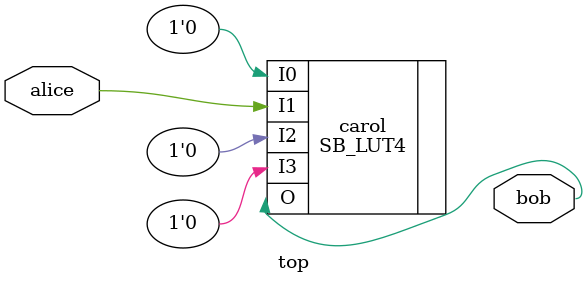
<source format=v>
module top(input alice, output bob);
	(* syn_noprune *)
	SB_LUT4 #(
		.LUT_INIT(16'b1010_1010_1010_1010)
	) carol (
		.I0(1'b0),
		.I1(alice),
		.I2(1'b0),
		.I3(1'b0),
		.O(bob)
	);
endmodule

</source>
